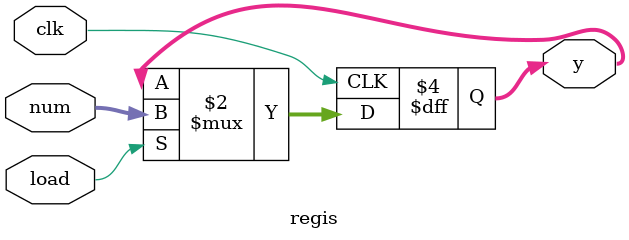
<source format=v>
module regis(
    input[15:0]num,
    input load,
    output reg [15:0]y,
    input clk
);
    always@(posedge clk)begin
        if(load)begin
        y <= num;
        end
    end
endmodule

</source>
